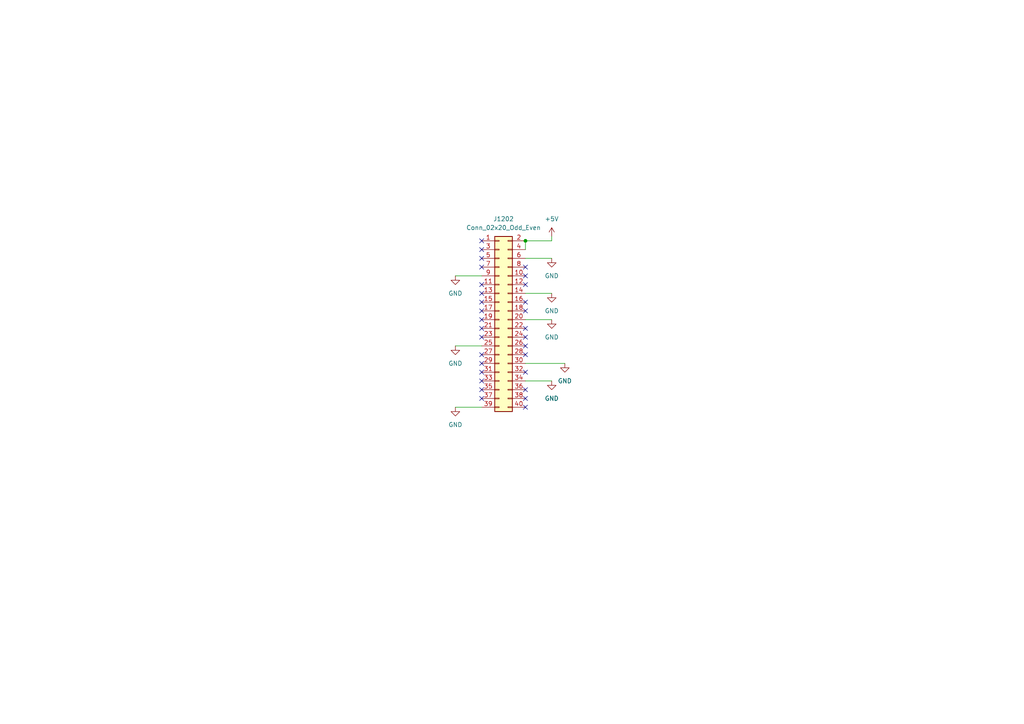
<source format=kicad_sch>
(kicad_sch (version 20211123) (generator eeschema)
  (paper "A4")
  (lib_symbols
    (symbol "Connector_Generic:Conn_02x20_Odd_Even" (pin_names (offset 1.016) hide)
      (property "Reference" "J" (at 1.27 25.4 0))
      (property "Value" "Conn_02x20_Odd_Even" (at 1.27 -27.94 0))
      (symbol "Conn_02x20_Odd_Even_1_1"
        (rectangle (start -1.27 -25.273) (end 0 -25.527) (stroke (width 0.1524)))
        (rectangle (start -1.27 -22.733) (end 0 -22.987) (stroke (width 0.1524)))
        (rectangle (start -1.27 -20.193) (end 0 -20.447) (stroke (width 0.1524)))
        (rectangle (start -1.27 -17.653) (end 0 -17.907) (stroke (width 0.1524)))
        (rectangle (start -1.27 -15.113) (end 0 -15.367) (stroke (width 0.1524)))
        (rectangle (start -1.27 -12.573) (end 0 -12.827) (stroke (width 0.1524)))
        (rectangle (start -1.27 -10.033) (end 0 -10.287) (stroke (width 0.1524)))
        (rectangle (start -1.27 -7.493) (end 0 -7.747) (stroke (width 0.1524)))
        (rectangle (start -1.27 -4.953) (end 0 -5.207) (stroke (width 0.1524)))
        (rectangle (start -1.27 -2.413) (end 0 -2.667) (stroke (width 0.1524)))
        (rectangle (start -1.27 0.127) (end 0 -0.127) (stroke (width 0.1524)))
        (rectangle (start -1.27 2.667) (end 0 2.413) (stroke (width 0.1524)))
        (rectangle (start -1.27 5.207) (end 0 4.953) (stroke (width 0.1524)))
        (rectangle (start -1.27 7.747) (end 0 7.493) (stroke (width 0.1524)))
        (rectangle (start -1.27 10.287) (end 0 10.033) (stroke (width 0.1524)))
        (rectangle (start -1.27 12.827) (end 0 12.573) (stroke (width 0.1524)))
        (rectangle (start -1.27 15.367) (end 0 15.113) (stroke (width 0.1524)))
        (rectangle (start -1.27 17.907) (end 0 17.653) (stroke (width 0.1524)))
        (rectangle (start -1.27 20.447) (end 0 20.193) (stroke (width 0.1524)))
        (rectangle (start -1.27 22.987) (end 0 22.733) (stroke (width 0.1524)))
        (rectangle (start -1.27 24.13) (end 3.81 -26.67) (stroke (width 0.254)) (fill (type background)))
        (rectangle (start 3.81 -25.273) (end 2.54 -25.527) (stroke (width 0.1524)))
        (rectangle (start 3.81 -22.733) (end 2.54 -22.987) (stroke (width 0.1524)))
        (rectangle (start 3.81 -20.193) (end 2.54 -20.447) (stroke (width 0.1524)))
        (rectangle (start 3.81 -17.653) (end 2.54 -17.907) (stroke (width 0.1524)))
        (rectangle (start 3.81 -15.113) (end 2.54 -15.367) (stroke (width 0.1524)))
        (rectangle (start 3.81 -12.573) (end 2.54 -12.827) (stroke (width 0.1524)))
        (rectangle (start 3.81 -10.033) (end 2.54 -10.287) (stroke (width 0.1524)))
        (rectangle (start 3.81 -7.493) (end 2.54 -7.747) (stroke (width 0.1524)))
        (rectangle (start 3.81 -4.953) (end 2.54 -5.207) (stroke (width 0.1524)))
        (rectangle (start 3.81 -2.413) (end 2.54 -2.667) (stroke (width 0.1524)))
        (rectangle (start 3.81 0.127) (end 2.54 -0.127) (stroke (width 0.1524)))
        (rectangle (start 3.81 2.667) (end 2.54 2.413) (stroke (width 0.1524)))
        (rectangle (start 3.81 5.207) (end 2.54 4.953) (stroke (width 0.1524)))
        (rectangle (start 3.81 7.747) (end 2.54 7.493) (stroke (width 0.1524)))
        (rectangle (start 3.81 10.287) (end 2.54 10.033) (stroke (width 0.1524)))
        (rectangle (start 3.81 12.827) (end 2.54 12.573) (stroke (width 0.1524)))
        (rectangle (start 3.81 15.367) (end 2.54 15.113) (stroke (width 0.1524)))
        (rectangle (start 3.81 17.907) (end 2.54 17.653) (stroke (width 0.1524)))
        (rectangle (start 3.81 20.447) (end 2.54 20.193) (stroke (width 0.1524)))
        (rectangle (start 3.81 22.987) (end 2.54 22.733) (stroke (width 0.1524)))
        (pin passive line (at -5.08 22.86 0) (length 3.81) (name "Pin_1") (number "1"))
        (pin passive line (at 7.62 12.7 180) (length 3.81) (name "Pin_10") (number "10"))
        (pin passive line (at -5.08 10.16 0) (length 3.81) (name "Pin_11") (number "11"))
        (pin passive line (at 7.62 10.16 180) (length 3.81) (name "Pin_12") (number "12"))
        (pin passive line (at -5.08 7.62 0) (length 3.81) (name "Pin_13") (number "13"))
        (pin passive line (at 7.62 7.62 180) (length 3.81) (name "Pin_14") (number "14"))
        (pin passive line (at -5.08 5.08 0) (length 3.81) (name "Pin_15") (number "15"))
        (pin passive line (at 7.62 5.08 180) (length 3.81) (name "Pin_16") (number "16"))
        (pin passive line (at -5.08 2.54 0) (length 3.81) (name "Pin_17") (number "17"))
        (pin passive line (at 7.62 2.54 180) (length 3.81) (name "Pin_18") (number "18"))
        (pin passive line (at -5.08 0 0) (length 3.81) (name "Pin_19") (number "19"))
        (pin passive line (at 7.62 22.86 180) (length 3.81) (name "Pin_2") (number "2"))
        (pin passive line (at 7.62 0 180) (length 3.81) (name "Pin_20") (number "20"))
        (pin passive line (at -5.08 -2.54 0) (length 3.81) (name "Pin_21") (number "21"))
        (pin passive line (at 7.62 -2.54 180) (length 3.81) (name "Pin_22") (number "22"))
        (pin passive line (at -5.08 -5.08 0) (length 3.81) (name "Pin_23") (number "23"))
        (pin passive line (at 7.62 -5.08 180) (length 3.81) (name "Pin_24") (number "24"))
        (pin passive line (at -5.08 -7.62 0) (length 3.81) (name "Pin_25") (number "25"))
        (pin passive line (at 7.62 -7.62 180) (length 3.81) (name "Pin_26") (number "26"))
        (pin passive line (at -5.08 -10.16 0) (length 3.81) (name "Pin_27") (number "27"))
        (pin passive line (at 7.62 -10.16 180) (length 3.81) (name "Pin_28") (number "28"))
        (pin passive line (at -5.08 -12.7 0) (length 3.81) (name "Pin_29") (number "29"))
        (pin passive line (at -5.08 20.32 0) (length 3.81) (name "Pin_3") (number "3"))
        (pin passive line (at 7.62 -12.7 180) (length 3.81) (name "Pin_30") (number "30"))
        (pin passive line (at -5.08 -15.24 0) (length 3.81) (name "Pin_31") (number "31"))
        (pin passive line (at 7.62 -15.24 180) (length 3.81) (name "Pin_32") (number "32"))
        (pin passive line (at -5.08 -17.78 0) (length 3.81) (name "Pin_33") (number "33"))
        (pin passive line (at 7.62 -17.78 180) (length 3.81) (name "Pin_34") (number "34"))
        (pin passive line (at -5.08 -20.32 0) (length 3.81) (name "Pin_35") (number "35"))
        (pin passive line (at 7.62 -20.32 180) (length 3.81) (name "Pin_36") (number "36"))
        (pin passive line (at -5.08 -22.86 0) (length 3.81) (name "Pin_37") (number "37"))
        (pin passive line (at 7.62 -22.86 180) (length 3.81) (name "Pin_38") (number "38"))
        (pin passive line (at -5.08 -25.4 0) (length 3.81) (name "Pin_39") (number "39"))
        (pin passive line (at 7.62 20.32 180) (length 3.81) (name "Pin_4") (number "4"))
        (pin passive line (at 7.62 -25.4 180) (length 3.81) (name "Pin_40") (number "40"))
        (pin passive line (at -5.08 17.78 0) (length 3.81) (name "Pin_5") (number "5"))
        (pin passive line (at 7.62 17.78 180) (length 3.81) (name "Pin_6") (number "6"))
        (pin passive line (at -5.08 15.24 0) (length 3.81) (name "Pin_7") (number "7"))
        (pin passive line (at 7.62 15.24 180) (length 3.81) (name "Pin_8") (number "8"))
        (pin passive line (at -5.08 12.7 0) (length 3.81) (name "Pin_9") (number "9"))
      )
    )
    (symbol "power:+5V" (power) (pin_names (offset 0))
      (property "Value" "+5V" (at 0 3.556 0))
      (symbol "+5V_0_1"
        (polyline (pts (xy -0.762 1.27) (xy 0 2.54)))
        (polyline (pts (xy 0 0) (xy 0 2.54)))
        (polyline (pts (xy 0 2.54) (xy 0.762 1.27)))
      )
      (symbol "+5V_1_1"
        (pin power_in line (at 0 0 90) (length 0) hide (name "+5V") (number "1"))
      )
    )
    (symbol "power:GND" (power) (pin_names (offset 0))
      (property "Value" "GND" (at 0 -3.81 0))
      (symbol "GND_0_1"
        (polyline (pts (xy 0 0) (xy 0 -1.27) (xy 1.27 -1.27) (xy 0 -2.54) (xy -1.27 -1.27) (xy 0 -1.27)))
      )
      (symbol "GND_1_1"
        (pin power_in line (at 0 0 270) (length 0) hide (name "GND") (number "1"))
      )
    )
  )
  (junction (at 152.4 69.85))
  (no_connect (at 139.7 102.87))
  (no_connect (at 139.7 97.79))
  (no_connect (at 152.4 107.95))
  (no_connect (at 152.4 113.03))
  (no_connect (at 152.4 90.17))
  (no_connect (at 139.7 74.93))
  (no_connect (at 139.7 87.63))
  (no_connect (at 139.7 110.49))
  (no_connect (at 152.4 82.55))
  (no_connect (at 139.7 72.39))
  (no_connect (at 152.4 97.79))
  (no_connect (at 139.7 95.25))
  (no_connect (at 152.4 77.47))
  (no_connect (at 139.7 85.09))
  (no_connect (at 152.4 102.87))
  (no_connect (at 152.4 118.11))
  (no_connect (at 139.7 92.71))
  (no_connect (at 139.7 105.41))
  (no_connect (at 139.7 77.47))
  (no_connect (at 139.7 113.03))
  (no_connect (at 139.7 82.55))
  (no_connect (at 152.4 87.63))
  (no_connect (at 139.7 69.85))
  (no_connect (at 152.4 100.33))
  (no_connect (at 139.7 107.95))
  (no_connect (at 139.7 90.17))
  (no_connect (at 152.4 115.57))
  (no_connect (at 152.4 80.01))
  (no_connect (at 139.7 115.57))
  (no_connect (at 152.4 95.25))
  (wire (pts (xy 160.02 68.58) (xy 160.02 69.85)))
  (wire (pts (xy 132.08 100.33) (xy 139.7 100.33)))
  (wire (pts (xy 152.4 92.71) (xy 160.02 92.71)))
  (wire (pts (xy 152.4 69.85) (xy 152.4 72.39)))
  (wire (pts (xy 152.4 74.93) (xy 160.02 74.93)))
  (wire (pts (xy 132.08 80.01) (xy 139.7 80.01)))
  (wire (pts (xy 152.4 85.09) (xy 160.02 85.09)))
  (wire (pts (xy 152.4 110.49) (xy 160.02 110.49)))
  (wire (pts (xy 152.4 69.85) (xy 160.02 69.85)))
  (wire (pts (xy 132.08 118.11) (xy 139.7 118.11)))
  (wire (pts (xy 152.4 105.41) (xy 163.83 105.41)))
  (symbol (lib_id "power:GND") (at 160.02 92.71 0) (unit 1)
    (property "Reference" "#PWR?" (effects hide))
    (property "Value" "GND" (at 160.02 97.79 0))
  )
  (symbol (lib_id "power:GND") (at 163.83 105.41 0) (unit 1)
    (property "Reference" "#PWR?" (effects hide))
    (property "Value" "GND" (at 163.83 110.49 0))
  )
  (symbol (lib_id "power:GND") (at 160.02 85.09 0) (unit 1)
    (property "Reference" "#PWR?" (effects hide))
    (property "Value" "GND" (at 160.02 90.17 0))
  )
  (symbol (lib_id "power:GND") (at 160.02 74.93 0) (unit 1)
    (property "Reference" "#PWR?" (effects hide))
    (property "Value" "GND" (at 160.02 80.01 0))
  )
  (symbol (lib_id "Connector_Generic:Conn_02x20_Odd_Even") (at 144.78 92.71 0) (unit 1)
    (property "Reference" "J1202" (at 146.05 63.5 0))
    (property "Value" "Conn_02x20_Odd_Even" (at 146.05 66.04 0))
    (property "Footprint" "footprints:RaspberryPi_40pin_Connector" (effects hide))
  )
  (symbol (lib_id "power:GND") (at 132.08 80.01 0) (unit 1)
    (property "Reference" "#PWR?" (effects hide))
    (property "Value" "GND" (at 132.08 85.09 0))
  )
  (symbol (lib_id "power:GND") (at 132.08 100.33 0) (unit 1)
    (property "Reference" "#PWR?" (effects hide))
    (property "Value" "GND" (at 132.08 105.41 0))
  )
  (symbol (lib_id "power:+5V") (at 160.02 68.58 0) (unit 1)
    (property "Reference" "#PWR?" (effects hide))
    (property "Value" "+5V" (at 160.02 63.5 0))
  )
  (symbol (lib_id "power:GND") (at 160.02 110.49 0) (unit 1)
    (property "Reference" "#PWR?" (effects hide))
    (property "Value" "GND" (at 160.02 115.57 0))
  )
  (symbol (lib_id "power:GND") (at 132.08 118.11 0) (unit 1)
    (property "Reference" "#PWR?" (effects hide))
    (property "Value" "GND" (at 132.08 123.19 0))
  )
)
</source>
